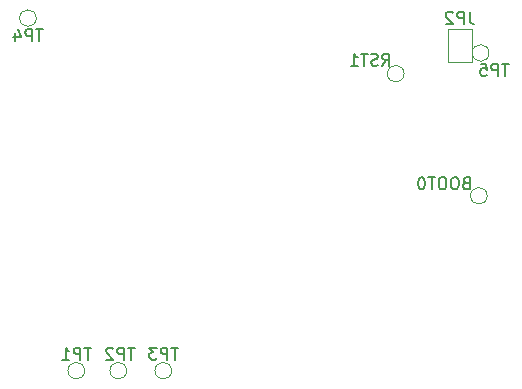
<source format=gbo>
G04 #@! TF.GenerationSoftware,KiCad,Pcbnew,(5.1.9-0-10_14)*
G04 #@! TF.CreationDate,2021-04-21T20:11:12+02:00*
G04 #@! TF.ProjectId,ledTruck,6c656454-7275-4636-9b2e-6b696361645f,1.1*
G04 #@! TF.SameCoordinates,Original*
G04 #@! TF.FileFunction,Legend,Bot*
G04 #@! TF.FilePolarity,Positive*
%FSLAX46Y46*%
G04 Gerber Fmt 4.6, Leading zero omitted, Abs format (unit mm)*
G04 Created by KiCad (PCBNEW (5.1.9-0-10_14)) date 2021-04-21 20:11:12*
%MOMM*%
%LPD*%
G01*
G04 APERTURE LIST*
%ADD10C,0.120000*%
%ADD11C,0.150000*%
%ADD12O,1.700000X1.700000*%
%ADD13R,1.700000X1.700000*%
%ADD14O,4.500000X2.500000*%
%ADD15O,2.500000X4.000000*%
%ADD16O,4.000000X2.500000*%
%ADD17C,1.000000*%
%ADD18C,2.100000*%
%ADD19C,1.750000*%
%ADD20R,1.500000X1.000000*%
%ADD21O,1.200000X1.750000*%
%ADD22C,0.400000*%
%ADD23R,1.800000X2.000000*%
%ADD24O,2.150000X1.300000*%
%ADD25C,0.550000*%
%ADD26R,3.200000X2.300000*%
%ADD27C,3.200000*%
G04 APERTURE END LIST*
D10*
X60092307Y-5232400D02*
G75*
G03*
X60092307Y-5232400I-707107J0D01*
G01*
X21763707Y-2286000D02*
G75*
G03*
X21763707Y-2286000I-707107J0D01*
G01*
X33219107Y-32131000D02*
G75*
G03*
X33219107Y-32131000I-707107J0D01*
G01*
X29409107Y-32131000D02*
G75*
G03*
X29409107Y-32131000I-707107J0D01*
G01*
X25853107Y-32131000D02*
G75*
G03*
X25853107Y-32131000I-707107J0D01*
G01*
X52904107Y-6985000D02*
G75*
G03*
X52904107Y-6985000I-707107J0D01*
G01*
X59939907Y-17322800D02*
G75*
G03*
X59939907Y-17322800I-707107J0D01*
G01*
X58653000Y-3162000D02*
X56653000Y-3162000D01*
X58653000Y-5962000D02*
X58653000Y-3162000D01*
X56653000Y-5962000D02*
X58653000Y-5962000D01*
X56653000Y-3162000D02*
X56653000Y-5962000D01*
D11*
X61764704Y-6157980D02*
X61193276Y-6157980D01*
X61478990Y-7157980D02*
X61478990Y-6157980D01*
X60859942Y-7157980D02*
X60859942Y-6157980D01*
X60478990Y-6157980D01*
X60383752Y-6205600D01*
X60336133Y-6253219D01*
X60288514Y-6348457D01*
X60288514Y-6491314D01*
X60336133Y-6586552D01*
X60383752Y-6634171D01*
X60478990Y-6681790D01*
X60859942Y-6681790D01*
X59383752Y-6157980D02*
X59859942Y-6157980D01*
X59907561Y-6634171D01*
X59859942Y-6586552D01*
X59764704Y-6538933D01*
X59526609Y-6538933D01*
X59431371Y-6586552D01*
X59383752Y-6634171D01*
X59336133Y-6729409D01*
X59336133Y-6967504D01*
X59383752Y-7062742D01*
X59431371Y-7110361D01*
X59526609Y-7157980D01*
X59764704Y-7157980D01*
X59859942Y-7110361D01*
X59907561Y-7062742D01*
X22293104Y-3236980D02*
X21721676Y-3236980D01*
X22007390Y-4236980D02*
X22007390Y-3236980D01*
X21388342Y-4236980D02*
X21388342Y-3236980D01*
X21007390Y-3236980D01*
X20912152Y-3284600D01*
X20864533Y-3332219D01*
X20816914Y-3427457D01*
X20816914Y-3570314D01*
X20864533Y-3665552D01*
X20912152Y-3713171D01*
X21007390Y-3760790D01*
X21388342Y-3760790D01*
X19959771Y-3570314D02*
X19959771Y-4236980D01*
X20197866Y-3189361D02*
X20435961Y-3903647D01*
X19816914Y-3903647D01*
X33773904Y-30186380D02*
X33202476Y-30186380D01*
X33488190Y-31186380D02*
X33488190Y-30186380D01*
X32869142Y-31186380D02*
X32869142Y-30186380D01*
X32488190Y-30186380D01*
X32392952Y-30234000D01*
X32345333Y-30281619D01*
X32297714Y-30376857D01*
X32297714Y-30519714D01*
X32345333Y-30614952D01*
X32392952Y-30662571D01*
X32488190Y-30710190D01*
X32869142Y-30710190D01*
X31964380Y-30186380D02*
X31345333Y-30186380D01*
X31678666Y-30567333D01*
X31535809Y-30567333D01*
X31440571Y-30614952D01*
X31392952Y-30662571D01*
X31345333Y-30757809D01*
X31345333Y-30995904D01*
X31392952Y-31091142D01*
X31440571Y-31138761D01*
X31535809Y-31186380D01*
X31821523Y-31186380D01*
X31916761Y-31138761D01*
X31964380Y-31091142D01*
X30090904Y-30186380D02*
X29519476Y-30186380D01*
X29805190Y-31186380D02*
X29805190Y-30186380D01*
X29186142Y-31186380D02*
X29186142Y-30186380D01*
X28805190Y-30186380D01*
X28709952Y-30234000D01*
X28662333Y-30281619D01*
X28614714Y-30376857D01*
X28614714Y-30519714D01*
X28662333Y-30614952D01*
X28709952Y-30662571D01*
X28805190Y-30710190D01*
X29186142Y-30710190D01*
X28233761Y-30281619D02*
X28186142Y-30234000D01*
X28090904Y-30186380D01*
X27852809Y-30186380D01*
X27757571Y-30234000D01*
X27709952Y-30281619D01*
X27662333Y-30376857D01*
X27662333Y-30472095D01*
X27709952Y-30614952D01*
X28281380Y-31186380D01*
X27662333Y-31186380D01*
X26407904Y-30186380D02*
X25836476Y-30186380D01*
X26122190Y-31186380D02*
X26122190Y-30186380D01*
X25503142Y-31186380D02*
X25503142Y-30186380D01*
X25122190Y-30186380D01*
X25026952Y-30234000D01*
X24979333Y-30281619D01*
X24931714Y-30376857D01*
X24931714Y-30519714D01*
X24979333Y-30614952D01*
X25026952Y-30662571D01*
X25122190Y-30710190D01*
X25503142Y-30710190D01*
X23979333Y-31186380D02*
X24550761Y-31186380D01*
X24265047Y-31186380D02*
X24265047Y-30186380D01*
X24360285Y-30329238D01*
X24455523Y-30424476D01*
X24550761Y-30472095D01*
X51061809Y-6294380D02*
X51395142Y-5818190D01*
X51633238Y-6294380D02*
X51633238Y-5294380D01*
X51252285Y-5294380D01*
X51157047Y-5342000D01*
X51109428Y-5389619D01*
X51061809Y-5484857D01*
X51061809Y-5627714D01*
X51109428Y-5722952D01*
X51157047Y-5770571D01*
X51252285Y-5818190D01*
X51633238Y-5818190D01*
X50680857Y-6246761D02*
X50538000Y-6294380D01*
X50299904Y-6294380D01*
X50204666Y-6246761D01*
X50157047Y-6199142D01*
X50109428Y-6103904D01*
X50109428Y-6008666D01*
X50157047Y-5913428D01*
X50204666Y-5865809D01*
X50299904Y-5818190D01*
X50490380Y-5770571D01*
X50585619Y-5722952D01*
X50633238Y-5675333D01*
X50680857Y-5580095D01*
X50680857Y-5484857D01*
X50633238Y-5389619D01*
X50585619Y-5342000D01*
X50490380Y-5294380D01*
X50252285Y-5294380D01*
X50109428Y-5342000D01*
X49823714Y-5294380D02*
X49252285Y-5294380D01*
X49538000Y-6294380D02*
X49538000Y-5294380D01*
X48395142Y-6294380D02*
X48966571Y-6294380D01*
X48680857Y-6294380D02*
X48680857Y-5294380D01*
X48776095Y-5437238D01*
X48871333Y-5532476D01*
X48966571Y-5580095D01*
X58150133Y-16235371D02*
X58007276Y-16282990D01*
X57959657Y-16330609D01*
X57912038Y-16425847D01*
X57912038Y-16568704D01*
X57959657Y-16663942D01*
X58007276Y-16711561D01*
X58102514Y-16759180D01*
X58483466Y-16759180D01*
X58483466Y-15759180D01*
X58150133Y-15759180D01*
X58054895Y-15806800D01*
X58007276Y-15854419D01*
X57959657Y-15949657D01*
X57959657Y-16044895D01*
X58007276Y-16140133D01*
X58054895Y-16187752D01*
X58150133Y-16235371D01*
X58483466Y-16235371D01*
X57292990Y-15759180D02*
X57102514Y-15759180D01*
X57007276Y-15806800D01*
X56912038Y-15902038D01*
X56864419Y-16092514D01*
X56864419Y-16425847D01*
X56912038Y-16616323D01*
X57007276Y-16711561D01*
X57102514Y-16759180D01*
X57292990Y-16759180D01*
X57388228Y-16711561D01*
X57483466Y-16616323D01*
X57531085Y-16425847D01*
X57531085Y-16092514D01*
X57483466Y-15902038D01*
X57388228Y-15806800D01*
X57292990Y-15759180D01*
X56245371Y-15759180D02*
X56054895Y-15759180D01*
X55959657Y-15806800D01*
X55864419Y-15902038D01*
X55816800Y-16092514D01*
X55816800Y-16425847D01*
X55864419Y-16616323D01*
X55959657Y-16711561D01*
X56054895Y-16759180D01*
X56245371Y-16759180D01*
X56340609Y-16711561D01*
X56435847Y-16616323D01*
X56483466Y-16425847D01*
X56483466Y-16092514D01*
X56435847Y-15902038D01*
X56340609Y-15806800D01*
X56245371Y-15759180D01*
X55531085Y-15759180D02*
X54959657Y-15759180D01*
X55245371Y-16759180D02*
X55245371Y-15759180D01*
X54435847Y-15759180D02*
X54340609Y-15759180D01*
X54245371Y-15806800D01*
X54197752Y-15854419D01*
X54150133Y-15949657D01*
X54102514Y-16140133D01*
X54102514Y-16378228D01*
X54150133Y-16568704D01*
X54197752Y-16663942D01*
X54245371Y-16711561D01*
X54340609Y-16759180D01*
X54435847Y-16759180D01*
X54531085Y-16711561D01*
X54578704Y-16663942D01*
X54626323Y-16568704D01*
X54673942Y-16378228D01*
X54673942Y-16140133D01*
X54626323Y-15949657D01*
X54578704Y-15854419D01*
X54531085Y-15806800D01*
X54435847Y-15759180D01*
X58440533Y-1738380D02*
X58440533Y-2452666D01*
X58488152Y-2595523D01*
X58583390Y-2690761D01*
X58726247Y-2738380D01*
X58821485Y-2738380D01*
X57964342Y-2738380D02*
X57964342Y-1738380D01*
X57583390Y-1738380D01*
X57488152Y-1786000D01*
X57440533Y-1833619D01*
X57392914Y-1928857D01*
X57392914Y-2071714D01*
X57440533Y-2166952D01*
X57488152Y-2214571D01*
X57583390Y-2262190D01*
X57964342Y-2262190D01*
X57011961Y-1833619D02*
X56964342Y-1786000D01*
X56869104Y-1738380D01*
X56631009Y-1738380D01*
X56535771Y-1786000D01*
X56488152Y-1833619D01*
X56440533Y-1928857D01*
X56440533Y-2024095D01*
X56488152Y-2166952D01*
X57059580Y-2738380D01*
X56440533Y-2738380D01*
%LPC*%
D12*
X76586160Y-18671460D03*
X76586160Y-21211460D03*
X76586160Y-23751460D03*
D13*
X76586160Y-26291460D03*
D14*
X65000000Y-33200000D03*
D15*
X68550000Y-36400000D03*
D16*
X65000000Y-41300000D03*
D14*
X40000000Y-33200000D03*
D15*
X43550000Y-36400000D03*
D16*
X40000000Y-41300000D03*
D14*
X15000000Y-33200000D03*
D15*
X18550000Y-36400000D03*
D16*
X15000000Y-41300000D03*
D17*
X59385200Y-5232400D03*
X21056600Y-2286000D03*
X32512000Y-32131000D03*
X28702000Y-32131000D03*
X25146000Y-32131000D03*
X52197000Y-6985000D03*
X59232800Y-17322800D03*
D18*
X5490000Y-13250000D03*
D19*
X3000000Y-12000000D03*
X3000000Y-7500000D03*
D18*
X5490000Y-6240000D03*
D20*
X57653000Y-3912000D03*
X57653000Y-5212000D03*
D21*
X76544000Y-6228000D03*
G36*
G01*
X73944000Y-6853001D02*
X73944000Y-5602999D01*
G75*
G02*
X74193999Y-5353000I249999J0D01*
G01*
X74894001Y-5353000D01*
G75*
G02*
X75144000Y-5602999I0J-249999D01*
G01*
X75144000Y-6853001D01*
G75*
G02*
X74894001Y-7103000I-249999J0D01*
G01*
X74193999Y-7103000D01*
G75*
G02*
X73944000Y-6853001I0J249999D01*
G01*
G37*
D22*
X50156000Y-11450000D03*
X50156000Y-12450000D03*
X50156000Y-13450000D03*
X49156000Y-11450000D03*
X49156000Y-12450000D03*
X49156000Y-13450000D03*
X48156000Y-11450000D03*
X48156000Y-12450000D03*
X48156000Y-13450000D03*
D23*
X5047300Y-19692380D03*
D24*
X1887300Y-19892380D03*
D23*
X5047300Y-27292380D03*
D24*
X1887300Y-27092380D03*
D25*
X4037300Y-21492380D03*
X4037300Y-25492380D03*
D26*
X15000000Y-13500000D03*
D27*
X15000000Y-8800000D03*
X15000000Y-4100000D03*
D26*
X40000000Y-13500000D03*
D27*
X40000000Y-8800000D03*
X40000000Y-4100000D03*
D26*
X65000000Y-13500000D03*
D27*
X65000000Y-8800000D03*
X65000000Y-4100000D03*
M02*

</source>
